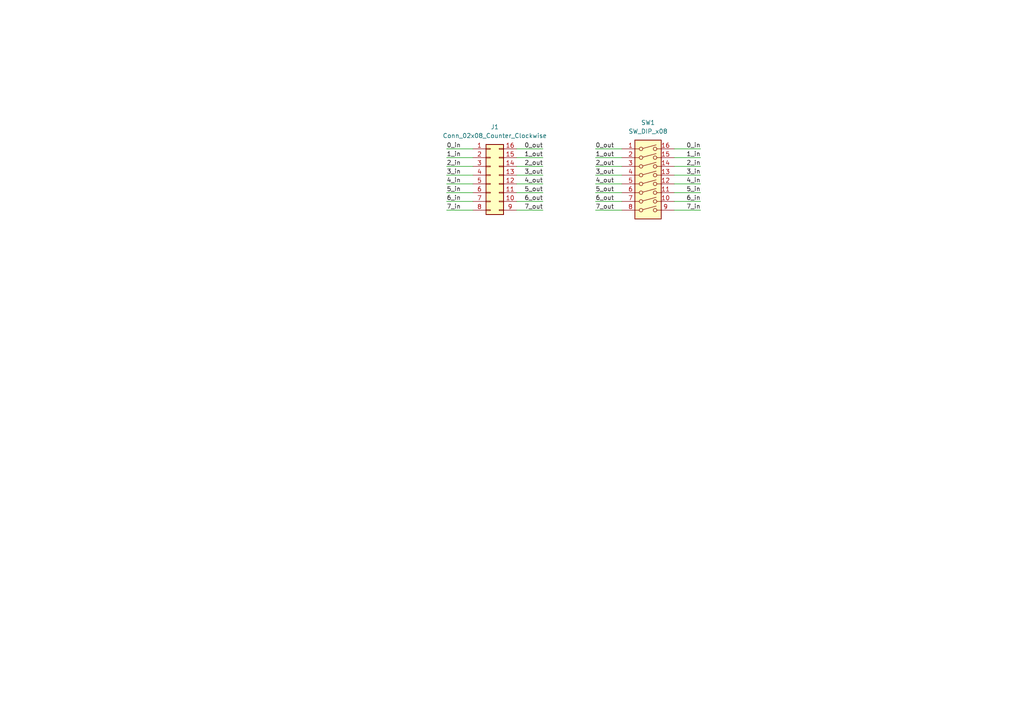
<source format=kicad_sch>
(kicad_sch (version 20211123) (generator eeschema)

  (uuid a55735b5-c9fe-419d-925e-3585f63a6bb9)

  (paper "A4")

  (lib_symbols
    (symbol "Connector_Generic:Conn_02x08_Counter_Clockwise" (pin_names (offset 1.016) hide) (in_bom yes) (on_board yes)
      (property "Reference" "J" (id 0) (at 1.27 10.16 0)
        (effects (font (size 1.27 1.27)))
      )
      (property "Value" "Conn_02x08_Counter_Clockwise" (id 1) (at 1.27 -12.7 0)
        (effects (font (size 1.27 1.27)))
      )
      (property "Footprint" "" (id 2) (at 0 0 0)
        (effects (font (size 1.27 1.27)) hide)
      )
      (property "Datasheet" "~" (id 3) (at 0 0 0)
        (effects (font (size 1.27 1.27)) hide)
      )
      (property "ki_keywords" "connector" (id 4) (at 0 0 0)
        (effects (font (size 1.27 1.27)) hide)
      )
      (property "ki_description" "Generic connector, double row, 02x08, counter clockwise pin numbering scheme (similar to DIP package numbering), script generated (kicad-library-utils/schlib/autogen/connector/)" (id 5) (at 0 0 0)
        (effects (font (size 1.27 1.27)) hide)
      )
      (property "ki_fp_filters" "Connector*:*_2x??_*" (id 6) (at 0 0 0)
        (effects (font (size 1.27 1.27)) hide)
      )
      (symbol "Conn_02x08_Counter_Clockwise_1_1"
        (rectangle (start -1.27 -10.033) (end 0 -10.287)
          (stroke (width 0.1524) (type default) (color 0 0 0 0))
          (fill (type none))
        )
        (rectangle (start -1.27 -7.493) (end 0 -7.747)
          (stroke (width 0.1524) (type default) (color 0 0 0 0))
          (fill (type none))
        )
        (rectangle (start -1.27 -4.953) (end 0 -5.207)
          (stroke (width 0.1524) (type default) (color 0 0 0 0))
          (fill (type none))
        )
        (rectangle (start -1.27 -2.413) (end 0 -2.667)
          (stroke (width 0.1524) (type default) (color 0 0 0 0))
          (fill (type none))
        )
        (rectangle (start -1.27 0.127) (end 0 -0.127)
          (stroke (width 0.1524) (type default) (color 0 0 0 0))
          (fill (type none))
        )
        (rectangle (start -1.27 2.667) (end 0 2.413)
          (stroke (width 0.1524) (type default) (color 0 0 0 0))
          (fill (type none))
        )
        (rectangle (start -1.27 5.207) (end 0 4.953)
          (stroke (width 0.1524) (type default) (color 0 0 0 0))
          (fill (type none))
        )
        (rectangle (start -1.27 7.747) (end 0 7.493)
          (stroke (width 0.1524) (type default) (color 0 0 0 0))
          (fill (type none))
        )
        (rectangle (start -1.27 8.89) (end 3.81 -11.43)
          (stroke (width 0.254) (type default) (color 0 0 0 0))
          (fill (type background))
        )
        (rectangle (start 3.81 -10.033) (end 2.54 -10.287)
          (stroke (width 0.1524) (type default) (color 0 0 0 0))
          (fill (type none))
        )
        (rectangle (start 3.81 -7.493) (end 2.54 -7.747)
          (stroke (width 0.1524) (type default) (color 0 0 0 0))
          (fill (type none))
        )
        (rectangle (start 3.81 -4.953) (end 2.54 -5.207)
          (stroke (width 0.1524) (type default) (color 0 0 0 0))
          (fill (type none))
        )
        (rectangle (start 3.81 -2.413) (end 2.54 -2.667)
          (stroke (width 0.1524) (type default) (color 0 0 0 0))
          (fill (type none))
        )
        (rectangle (start 3.81 0.127) (end 2.54 -0.127)
          (stroke (width 0.1524) (type default) (color 0 0 0 0))
          (fill (type none))
        )
        (rectangle (start 3.81 2.667) (end 2.54 2.413)
          (stroke (width 0.1524) (type default) (color 0 0 0 0))
          (fill (type none))
        )
        (rectangle (start 3.81 5.207) (end 2.54 4.953)
          (stroke (width 0.1524) (type default) (color 0 0 0 0))
          (fill (type none))
        )
        (rectangle (start 3.81 7.747) (end 2.54 7.493)
          (stroke (width 0.1524) (type default) (color 0 0 0 0))
          (fill (type none))
        )
        (pin passive line (at -5.08 7.62 0) (length 3.81)
          (name "Pin_1" (effects (font (size 1.27 1.27))))
          (number "1" (effects (font (size 1.27 1.27))))
        )
        (pin passive line (at 7.62 -7.62 180) (length 3.81)
          (name "Pin_10" (effects (font (size 1.27 1.27))))
          (number "10" (effects (font (size 1.27 1.27))))
        )
        (pin passive line (at 7.62 -5.08 180) (length 3.81)
          (name "Pin_11" (effects (font (size 1.27 1.27))))
          (number "11" (effects (font (size 1.27 1.27))))
        )
        (pin passive line (at 7.62 -2.54 180) (length 3.81)
          (name "Pin_12" (effects (font (size 1.27 1.27))))
          (number "12" (effects (font (size 1.27 1.27))))
        )
        (pin passive line (at 7.62 0 180) (length 3.81)
          (name "Pin_13" (effects (font (size 1.27 1.27))))
          (number "13" (effects (font (size 1.27 1.27))))
        )
        (pin passive line (at 7.62 2.54 180) (length 3.81)
          (name "Pin_14" (effects (font (size 1.27 1.27))))
          (number "14" (effects (font (size 1.27 1.27))))
        )
        (pin passive line (at 7.62 5.08 180) (length 3.81)
          (name "Pin_15" (effects (font (size 1.27 1.27))))
          (number "15" (effects (font (size 1.27 1.27))))
        )
        (pin passive line (at 7.62 7.62 180) (length 3.81)
          (name "Pin_16" (effects (font (size 1.27 1.27))))
          (number "16" (effects (font (size 1.27 1.27))))
        )
        (pin passive line (at -5.08 5.08 0) (length 3.81)
          (name "Pin_2" (effects (font (size 1.27 1.27))))
          (number "2" (effects (font (size 1.27 1.27))))
        )
        (pin passive line (at -5.08 2.54 0) (length 3.81)
          (name "Pin_3" (effects (font (size 1.27 1.27))))
          (number "3" (effects (font (size 1.27 1.27))))
        )
        (pin passive line (at -5.08 0 0) (length 3.81)
          (name "Pin_4" (effects (font (size 1.27 1.27))))
          (number "4" (effects (font (size 1.27 1.27))))
        )
        (pin passive line (at -5.08 -2.54 0) (length 3.81)
          (name "Pin_5" (effects (font (size 1.27 1.27))))
          (number "5" (effects (font (size 1.27 1.27))))
        )
        (pin passive line (at -5.08 -5.08 0) (length 3.81)
          (name "Pin_6" (effects (font (size 1.27 1.27))))
          (number "6" (effects (font (size 1.27 1.27))))
        )
        (pin passive line (at -5.08 -7.62 0) (length 3.81)
          (name "Pin_7" (effects (font (size 1.27 1.27))))
          (number "7" (effects (font (size 1.27 1.27))))
        )
        (pin passive line (at -5.08 -10.16 0) (length 3.81)
          (name "Pin_8" (effects (font (size 1.27 1.27))))
          (number "8" (effects (font (size 1.27 1.27))))
        )
        (pin passive line (at 7.62 -10.16 180) (length 3.81)
          (name "Pin_9" (effects (font (size 1.27 1.27))))
          (number "9" (effects (font (size 1.27 1.27))))
        )
      )
    )
    (symbol "Switch:SW_DIP_x08" (pin_names (offset 0) hide) (in_bom yes) (on_board yes)
      (property "Reference" "SW" (id 0) (at 0 13.97 0)
        (effects (font (size 1.27 1.27)))
      )
      (property "Value" "SW_DIP_x08" (id 1) (at 0 -11.43 0)
        (effects (font (size 1.27 1.27)))
      )
      (property "Footprint" "" (id 2) (at 0 0 0)
        (effects (font (size 1.27 1.27)) hide)
      )
      (property "Datasheet" "~" (id 3) (at 0 0 0)
        (effects (font (size 1.27 1.27)) hide)
      )
      (property "ki_keywords" "dip switch" (id 4) (at 0 0 0)
        (effects (font (size 1.27 1.27)) hide)
      )
      (property "ki_description" "8x DIP Switch, Single Pole Single Throw (SPST) switch, small symbol" (id 5) (at 0 0 0)
        (effects (font (size 1.27 1.27)) hide)
      )
      (property "ki_fp_filters" "SW?DIP?x8*" (id 6) (at 0 0 0)
        (effects (font (size 1.27 1.27)) hide)
      )
      (symbol "SW_DIP_x08_0_0"
        (circle (center -2.032 -7.62) (radius 0.508)
          (stroke (width 0) (type default) (color 0 0 0 0))
          (fill (type none))
        )
        (circle (center -2.032 -5.08) (radius 0.508)
          (stroke (width 0) (type default) (color 0 0 0 0))
          (fill (type none))
        )
        (circle (center -2.032 -2.54) (radius 0.508)
          (stroke (width 0) (type default) (color 0 0 0 0))
          (fill (type none))
        )
        (circle (center -2.032 0) (radius 0.508)
          (stroke (width 0) (type default) (color 0 0 0 0))
          (fill (type none))
        )
        (circle (center -2.032 2.54) (radius 0.508)
          (stroke (width 0) (type default) (color 0 0 0 0))
          (fill (type none))
        )
        (circle (center -2.032 5.08) (radius 0.508)
          (stroke (width 0) (type default) (color 0 0 0 0))
          (fill (type none))
        )
        (circle (center -2.032 7.62) (radius 0.508)
          (stroke (width 0) (type default) (color 0 0 0 0))
          (fill (type none))
        )
        (circle (center -2.032 10.16) (radius 0.508)
          (stroke (width 0) (type default) (color 0 0 0 0))
          (fill (type none))
        )
        (polyline
          (pts
            (xy -1.524 -7.4676)
            (xy 2.3622 -6.4262)
          )
          (stroke (width 0) (type default) (color 0 0 0 0))
          (fill (type none))
        )
        (polyline
          (pts
            (xy -1.524 -4.9276)
            (xy 2.3622 -3.8862)
          )
          (stroke (width 0) (type default) (color 0 0 0 0))
          (fill (type none))
        )
        (polyline
          (pts
            (xy -1.524 -2.3876)
            (xy 2.3622 -1.3462)
          )
          (stroke (width 0) (type default) (color 0 0 0 0))
          (fill (type none))
        )
        (polyline
          (pts
            (xy -1.524 0.127)
            (xy 2.3622 1.1684)
          )
          (stroke (width 0) (type default) (color 0 0 0 0))
          (fill (type none))
        )
        (polyline
          (pts
            (xy -1.524 2.667)
            (xy 2.3622 3.7084)
          )
          (stroke (width 0) (type default) (color 0 0 0 0))
          (fill (type none))
        )
        (polyline
          (pts
            (xy -1.524 5.207)
            (xy 2.3622 6.2484)
          )
          (stroke (width 0) (type default) (color 0 0 0 0))
          (fill (type none))
        )
        (polyline
          (pts
            (xy -1.524 7.747)
            (xy 2.3622 8.7884)
          )
          (stroke (width 0) (type default) (color 0 0 0 0))
          (fill (type none))
        )
        (polyline
          (pts
            (xy -1.524 10.287)
            (xy 2.3622 11.3284)
          )
          (stroke (width 0) (type default) (color 0 0 0 0))
          (fill (type none))
        )
        (circle (center 2.032 -7.62) (radius 0.508)
          (stroke (width 0) (type default) (color 0 0 0 0))
          (fill (type none))
        )
        (circle (center 2.032 -5.08) (radius 0.508)
          (stroke (width 0) (type default) (color 0 0 0 0))
          (fill (type none))
        )
        (circle (center 2.032 -2.54) (radius 0.508)
          (stroke (width 0) (type default) (color 0 0 0 0))
          (fill (type none))
        )
        (circle (center 2.032 0) (radius 0.508)
          (stroke (width 0) (type default) (color 0 0 0 0))
          (fill (type none))
        )
        (circle (center 2.032 2.54) (radius 0.508)
          (stroke (width 0) (type default) (color 0 0 0 0))
          (fill (type none))
        )
        (circle (center 2.032 5.08) (radius 0.508)
          (stroke (width 0) (type default) (color 0 0 0 0))
          (fill (type none))
        )
        (circle (center 2.032 7.62) (radius 0.508)
          (stroke (width 0) (type default) (color 0 0 0 0))
          (fill (type none))
        )
        (circle (center 2.032 10.16) (radius 0.508)
          (stroke (width 0) (type default) (color 0 0 0 0))
          (fill (type none))
        )
      )
      (symbol "SW_DIP_x08_0_1"
        (rectangle (start -3.81 12.7) (end 3.81 -10.16)
          (stroke (width 0.254) (type default) (color 0 0 0 0))
          (fill (type background))
        )
      )
      (symbol "SW_DIP_x08_1_1"
        (pin passive line (at -7.62 10.16 0) (length 5.08)
          (name "~" (effects (font (size 1.27 1.27))))
          (number "1" (effects (font (size 1.27 1.27))))
        )
        (pin passive line (at 7.62 -5.08 180) (length 5.08)
          (name "~" (effects (font (size 1.27 1.27))))
          (number "10" (effects (font (size 1.27 1.27))))
        )
        (pin passive line (at 7.62 -2.54 180) (length 5.08)
          (name "~" (effects (font (size 1.27 1.27))))
          (number "11" (effects (font (size 1.27 1.27))))
        )
        (pin passive line (at 7.62 0 180) (length 5.08)
          (name "~" (effects (font (size 1.27 1.27))))
          (number "12" (effects (font (size 1.27 1.27))))
        )
        (pin passive line (at 7.62 2.54 180) (length 5.08)
          (name "~" (effects (font (size 1.27 1.27))))
          (number "13" (effects (font (size 1.27 1.27))))
        )
        (pin passive line (at 7.62 5.08 180) (length 5.08)
          (name "~" (effects (font (size 1.27 1.27))))
          (number "14" (effects (font (size 1.27 1.27))))
        )
        (pin passive line (at 7.62 7.62 180) (length 5.08)
          (name "~" (effects (font (size 1.27 1.27))))
          (number "15" (effects (font (size 1.27 1.27))))
        )
        (pin passive line (at 7.62 10.16 180) (length 5.08)
          (name "~" (effects (font (size 1.27 1.27))))
          (number "16" (effects (font (size 1.27 1.27))))
        )
        (pin passive line (at -7.62 7.62 0) (length 5.08)
          (name "~" (effects (font (size 1.27 1.27))))
          (number "2" (effects (font (size 1.27 1.27))))
        )
        (pin passive line (at -7.62 5.08 0) (length 5.08)
          (name "~" (effects (font (size 1.27 1.27))))
          (number "3" (effects (font (size 1.27 1.27))))
        )
        (pin passive line (at -7.62 2.54 0) (length 5.08)
          (name "~" (effects (font (size 1.27 1.27))))
          (number "4" (effects (font (size 1.27 1.27))))
        )
        (pin passive line (at -7.62 0 0) (length 5.08)
          (name "~" (effects (font (size 1.27 1.27))))
          (number "5" (effects (font (size 1.27 1.27))))
        )
        (pin passive line (at -7.62 -2.54 0) (length 5.08)
          (name "~" (effects (font (size 1.27 1.27))))
          (number "6" (effects (font (size 1.27 1.27))))
        )
        (pin passive line (at -7.62 -5.08 0) (length 5.08)
          (name "~" (effects (font (size 1.27 1.27))))
          (number "7" (effects (font (size 1.27 1.27))))
        )
        (pin passive line (at -7.62 -7.62 0) (length 5.08)
          (name "~" (effects (font (size 1.27 1.27))))
          (number "8" (effects (font (size 1.27 1.27))))
        )
        (pin passive line (at 7.62 -7.62 180) (length 5.08)
          (name "~" (effects (font (size 1.27 1.27))))
          (number "9" (effects (font (size 1.27 1.27))))
        )
      )
    )
  )


  (wire (pts (xy 129.54 60.96) (xy 137.16 60.96))
    (stroke (width 0) (type default) (color 0 0 0 0))
    (uuid 09d18e8c-b106-443d-a0fc-4b7d3119d8db)
  )
  (wire (pts (xy 172.72 50.8) (xy 180.34 50.8))
    (stroke (width 0) (type default) (color 0 0 0 0))
    (uuid 0ef47e01-befa-4673-83ad-637b00e5f4a8)
  )
  (wire (pts (xy 149.86 58.42) (xy 157.48 58.42))
    (stroke (width 0) (type default) (color 0 0 0 0))
    (uuid 12d10411-88ab-48a6-9495-9c3f0c6c79a4)
  )
  (wire (pts (xy 172.72 55.88) (xy 180.34 55.88))
    (stroke (width 0) (type default) (color 0 0 0 0))
    (uuid 1a81413c-d701-43ef-86a5-e01babf6c1a2)
  )
  (wire (pts (xy 195.58 43.18) (xy 203.2 43.18))
    (stroke (width 0) (type default) (color 0 0 0 0))
    (uuid 2173579d-4593-4e9f-95e8-27ed2b5a292a)
  )
  (wire (pts (xy 172.72 53.34) (xy 180.34 53.34))
    (stroke (width 0) (type default) (color 0 0 0 0))
    (uuid 358e26af-2af3-4a65-9bc8-4f663299493d)
  )
  (wire (pts (xy 172.72 60.96) (xy 180.34 60.96))
    (stroke (width 0) (type default) (color 0 0 0 0))
    (uuid 3ebed371-c9fb-47d6-9186-de08543ce302)
  )
  (wire (pts (xy 195.58 53.34) (xy 203.2 53.34))
    (stroke (width 0) (type default) (color 0 0 0 0))
    (uuid 441c42ab-f076-4c4d-8290-8fef6235dc24)
  )
  (wire (pts (xy 149.86 55.88) (xy 157.48 55.88))
    (stroke (width 0) (type default) (color 0 0 0 0))
    (uuid 4506f150-9bab-4f9f-9f85-dd62bedcdd35)
  )
  (wire (pts (xy 149.86 43.18) (xy 157.48 43.18))
    (stroke (width 0) (type default) (color 0 0 0 0))
    (uuid 4fd9bcfa-4614-4cea-9862-9bda303bb28d)
  )
  (wire (pts (xy 195.58 48.26) (xy 203.2 48.26))
    (stroke (width 0) (type default) (color 0 0 0 0))
    (uuid 608bd196-b4d4-4374-9736-3d6f29ecf126)
  )
  (wire (pts (xy 149.86 60.96) (xy 157.48 60.96))
    (stroke (width 0) (type default) (color 0 0 0 0))
    (uuid 645c509d-b634-404e-8cdb-9c2ba57b9571)
  )
  (wire (pts (xy 195.58 45.72) (xy 203.2 45.72))
    (stroke (width 0) (type default) (color 0 0 0 0))
    (uuid 7122e846-a393-4bc2-8df4-1a3870ab4cc7)
  )
  (wire (pts (xy 149.86 53.34) (xy 157.48 53.34))
    (stroke (width 0) (type default) (color 0 0 0 0))
    (uuid 7374a46f-27c2-4ec5-a56e-e6bcb1ffdc60)
  )
  (wire (pts (xy 149.86 45.72) (xy 157.48 45.72))
    (stroke (width 0) (type default) (color 0 0 0 0))
    (uuid 7b098556-0cfb-4e67-81f1-4bd7bf12bca2)
  )
  (wire (pts (xy 172.72 43.18) (xy 180.34 43.18))
    (stroke (width 0) (type default) (color 0 0 0 0))
    (uuid 83b56515-ce54-45ab-a0b2-e65980534187)
  )
  (wire (pts (xy 129.54 43.18) (xy 137.16 43.18))
    (stroke (width 0) (type default) (color 0 0 0 0))
    (uuid 8652dee4-b186-452f-b7d3-a498685fd304)
  )
  (wire (pts (xy 129.54 50.8) (xy 137.16 50.8))
    (stroke (width 0) (type default) (color 0 0 0 0))
    (uuid 8b5c9512-e79b-4278-93e0-8c369282fc2f)
  )
  (wire (pts (xy 149.86 50.8) (xy 157.48 50.8))
    (stroke (width 0) (type default) (color 0 0 0 0))
    (uuid 938ef644-d654-4579-bde0-89aad2c71f01)
  )
  (wire (pts (xy 195.58 60.96) (xy 203.2 60.96))
    (stroke (width 0) (type default) (color 0 0 0 0))
    (uuid 9bcaebcf-6935-41a4-821d-0cd9604f7b8f)
  )
  (wire (pts (xy 172.72 45.72) (xy 180.34 45.72))
    (stroke (width 0) (type default) (color 0 0 0 0))
    (uuid 9eb31f66-7c99-49a6-833a-e1026d87848b)
  )
  (wire (pts (xy 172.72 58.42) (xy 180.34 58.42))
    (stroke (width 0) (type default) (color 0 0 0 0))
    (uuid a255a0e3-6d38-4796-a77b-bd328b4cdffb)
  )
  (wire (pts (xy 195.58 50.8) (xy 203.2 50.8))
    (stroke (width 0) (type default) (color 0 0 0 0))
    (uuid a8027f5d-18c0-412e-8a67-c511a62e7db7)
  )
  (wire (pts (xy 129.54 53.34) (xy 137.16 53.34))
    (stroke (width 0) (type default) (color 0 0 0 0))
    (uuid ac854e51-64c2-4612-be01-425317a8f181)
  )
  (wire (pts (xy 129.54 48.26) (xy 137.16 48.26))
    (stroke (width 0) (type default) (color 0 0 0 0))
    (uuid acb66056-286c-4e43-839b-bdf49a4cff6b)
  )
  (wire (pts (xy 195.58 58.42) (xy 203.2 58.42))
    (stroke (width 0) (type default) (color 0 0 0 0))
    (uuid b64bec0e-50db-4d66-bdf3-a1bddbc25b71)
  )
  (wire (pts (xy 129.54 58.42) (xy 137.16 58.42))
    (stroke (width 0) (type default) (color 0 0 0 0))
    (uuid c2828a17-c843-4d21-8b14-d5965c4f8e17)
  )
  (wire (pts (xy 195.58 55.88) (xy 203.2 55.88))
    (stroke (width 0) (type default) (color 0 0 0 0))
    (uuid c92b4d47-9e71-4301-a91e-c22c084ce36b)
  )
  (wire (pts (xy 172.72 48.26) (xy 180.34 48.26))
    (stroke (width 0) (type default) (color 0 0 0 0))
    (uuid cc6362cc-9a89-45ce-ad7b-717eeb609608)
  )
  (wire (pts (xy 129.54 45.72) (xy 137.16 45.72))
    (stroke (width 0) (type default) (color 0 0 0 0))
    (uuid d58901aa-7ffe-4e13-831c-5ac17653eed8)
  )
  (wire (pts (xy 129.54 55.88) (xy 137.16 55.88))
    (stroke (width 0) (type default) (color 0 0 0 0))
    (uuid d66fcd10-777a-46da-b213-1146a4f07028)
  )
  (wire (pts (xy 149.86 48.26) (xy 157.48 48.26))
    (stroke (width 0) (type default) (color 0 0 0 0))
    (uuid f47597a6-44b7-4701-ade7-ffe46df01c04)
  )

  (label "7_out" (at 157.48 60.96 180)
    (effects (font (size 1.27 1.27)) (justify right bottom))
    (uuid 04d5de51-1a67-4de6-80ab-7e53293a787d)
  )
  (label "7_in" (at 203.2 60.96 180)
    (effects (font (size 1.27 1.27)) (justify right bottom))
    (uuid 1da7c9f7-a8dc-4ddb-85bd-9a3ae6723dd6)
  )
  (label "2_in" (at 203.2 48.26 180)
    (effects (font (size 1.27 1.27)) (justify right bottom))
    (uuid 302d7d0d-97ca-4bba-8987-d51d6e1e9a07)
  )
  (label "6_out" (at 157.48 58.42 180)
    (effects (font (size 1.27 1.27)) (justify right bottom))
    (uuid 31c646c8-997c-4741-98ed-1d9e40698195)
  )
  (label "1_out" (at 157.48 45.72 180)
    (effects (font (size 1.27 1.27)) (justify right bottom))
    (uuid 330ccc45-c119-411a-8e72-0a7685c33066)
  )
  (label "3_in" (at 203.2 50.8 180)
    (effects (font (size 1.27 1.27)) (justify right bottom))
    (uuid 3491650b-d4c1-4aa2-b53b-817bceeb4b64)
  )
  (label "3_in" (at 129.54 50.8 0)
    (effects (font (size 1.27 1.27)) (justify left bottom))
    (uuid 362dd0c4-264e-48c2-a940-cf0d49633cd2)
  )
  (label "5_in" (at 129.54 55.88 0)
    (effects (font (size 1.27 1.27)) (justify left bottom))
    (uuid 3e3b3679-6c01-4e82-b656-d76d996e7faf)
  )
  (label "1_in" (at 203.2 45.72 180)
    (effects (font (size 1.27 1.27)) (justify right bottom))
    (uuid 3f64b271-8e5d-42e1-a345-9481c9add89c)
  )
  (label "7_out" (at 172.72 60.96 0)
    (effects (font (size 1.27 1.27)) (justify left bottom))
    (uuid 53d1f4a4-1c3a-49bc-9ae7-90586695c3b6)
  )
  (label "6_in" (at 129.54 58.42 0)
    (effects (font (size 1.27 1.27)) (justify left bottom))
    (uuid 659e6355-686f-408a-afac-d43c10498d45)
  )
  (label "3_out" (at 172.72 50.8 0)
    (effects (font (size 1.27 1.27)) (justify left bottom))
    (uuid 6bf6b918-b0a6-4ded-9647-07ddf4027fbf)
  )
  (label "7_in" (at 129.54 60.96 0)
    (effects (font (size 1.27 1.27)) (justify left bottom))
    (uuid 7603147d-cde2-4e46-8d59-d62853f83439)
  )
  (label "4_in" (at 203.2 53.34 180)
    (effects (font (size 1.27 1.27)) (justify right bottom))
    (uuid 77ef2fc4-c6c0-4ce8-b36d-4a4711c8a44d)
  )
  (label "5_in" (at 203.2 55.88 180)
    (effects (font (size 1.27 1.27)) (justify right bottom))
    (uuid 7b08f40d-f939-4ce2-8189-21427b8165d5)
  )
  (label "2_out" (at 157.48 48.26 180)
    (effects (font (size 1.27 1.27)) (justify right bottom))
    (uuid 7cfb26a7-0ede-4ba7-b7f6-4ac35c41c845)
  )
  (label "4_out" (at 172.72 53.34 0)
    (effects (font (size 1.27 1.27)) (justify left bottom))
    (uuid 83fb9b04-9f17-4f70-aac5-4d233a6ab5d7)
  )
  (label "6_in" (at 203.2 58.42 180)
    (effects (font (size 1.27 1.27)) (justify right bottom))
    (uuid 8781dd9d-5f65-40ac-8e09-df56152a1b2a)
  )
  (label "1_out" (at 172.72 45.72 0)
    (effects (font (size 1.27 1.27)) (justify left bottom))
    (uuid 8909ea03-e463-4248-94c1-a2d7944ccd09)
  )
  (label "5_out" (at 157.48 55.88 180)
    (effects (font (size 1.27 1.27)) (justify right bottom))
    (uuid 8c1e4c00-0369-4794-9498-53995fcf704b)
  )
  (label "0_in" (at 129.54 43.18 0)
    (effects (font (size 1.27 1.27)) (justify left bottom))
    (uuid 8c28966e-79ab-4bbd-916c-f8b2c22d76ba)
  )
  (label "4_in" (at 129.54 53.34 0)
    (effects (font (size 1.27 1.27)) (justify left bottom))
    (uuid 8f00d55f-6f05-4cd0-ac36-0c09723b754c)
  )
  (label "5_out" (at 172.72 55.88 0)
    (effects (font (size 1.27 1.27)) (justify left bottom))
    (uuid ac909d8e-a67c-417f-a4e0-228bb9f04bcc)
  )
  (label "0_out" (at 157.48 43.18 180)
    (effects (font (size 1.27 1.27)) (justify right bottom))
    (uuid aff10420-ec6f-4159-b5e2-1cad30979d7f)
  )
  (label "4_out" (at 157.48 53.34 180)
    (effects (font (size 1.27 1.27)) (justify right bottom))
    (uuid b711b3ac-01a9-4698-8700-deda56773a6e)
  )
  (label "3_out" (at 157.48 50.8 180)
    (effects (font (size 1.27 1.27)) (justify right bottom))
    (uuid bd110e63-1d62-4e14-a232-f0228ad4a95b)
  )
  (label "2_out" (at 172.72 48.26 0)
    (effects (font (size 1.27 1.27)) (justify left bottom))
    (uuid be2698de-b39e-4477-bf95-6c455be350e2)
  )
  (label "2_in" (at 129.54 48.26 0)
    (effects (font (size 1.27 1.27)) (justify left bottom))
    (uuid c652f96e-bab3-4678-83af-7a2b11754eea)
  )
  (label "1_in" (at 129.54 45.72 0)
    (effects (font (size 1.27 1.27)) (justify left bottom))
    (uuid cc36be65-a500-4335-9a7f-2083aa813a9b)
  )
  (label "0_in" (at 203.2 43.18 180)
    (effects (font (size 1.27 1.27)) (justify right bottom))
    (uuid d6e2e936-7c9d-4be6-bc05-5ade7fc65525)
  )
  (label "0_out" (at 172.72 43.18 0)
    (effects (font (size 1.27 1.27)) (justify left bottom))
    (uuid ef20c94b-aedb-4565-bbcc-22a8f9f95ed4)
  )
  (label "6_out" (at 172.72 58.42 0)
    (effects (font (size 1.27 1.27)) (justify left bottom))
    (uuid f223b2ad-b09c-4767-bc33-ba8a213236ce)
  )

  (symbol (lib_id "Connector_Generic:Conn_02x08_Counter_Clockwise") (at 142.24 50.8 0) (unit 1)
    (in_bom yes) (on_board yes) (fields_autoplaced)
    (uuid 1c142d58-bff8-4b42-8d32-54e836530dfe)
    (property "Reference" "J1" (id 0) (at 143.51 36.83 0))
    (property "Value" "Conn_02x08_Counter_Clockwise" (id 1) (at 143.51 39.37 0))
    (property "Footprint" "Connector_PinSocket_2.54mm:PinSocket_2x08_P2.54mm_Vertical_SMD" (id 2) (at 142.24 50.8 0)
      (effects (font (size 1.27 1.27)) hide)
    )
    (property "Datasheet" "~" (id 3) (at 142.24 50.8 0)
      (effects (font (size 1.27 1.27)) hide)
    )
    (pin "1" (uuid b7d65a72-a08e-4fbb-8bcf-247313173b62))
    (pin "10" (uuid 9ace0180-86e8-428e-9f6a-1c5a5551cb2c))
    (pin "11" (uuid 01ac02ca-638e-457a-a314-a654b8a918e2))
    (pin "12" (uuid bda09d58-a95f-40ff-9c40-666ca8de2642))
    (pin "13" (uuid 268d3c76-4996-43b5-8dd5-eb8fa65f5bb2))
    (pin "14" (uuid fd4a6ae1-1148-4a56-977c-09b1371fa0e4))
    (pin "15" (uuid 2676b0a6-2f9e-4a65-9279-726c9acf9b6e))
    (pin "16" (uuid 21740ca8-8ada-4eb8-8a87-6177a07c5a58))
    (pin "2" (uuid 2c5d9ccb-7115-473b-bec7-c9dbabf0ab74))
    (pin "3" (uuid 7d8b0d82-3188-4c28-84cf-084575bde4d0))
    (pin "4" (uuid 29aadd7a-a224-46d3-8bc4-a8f73559d8a2))
    (pin "5" (uuid c368bb65-022b-44d2-9b91-f93fe2faceda))
    (pin "6" (uuid 20b581d5-d2c9-4731-9e23-82f710c28919))
    (pin "7" (uuid 883adcc3-4cfc-4374-8f40-8312284964f6))
    (pin "8" (uuid 9ab1f8bc-025b-4d4e-aed3-63fbfa6ac7b4))
    (pin "9" (uuid 21476428-fb3e-43b4-87fb-3085f7a5065b))
  )

  (symbol (lib_id "Switch:SW_DIP_x08") (at 187.96 53.34 0) (unit 1)
    (in_bom yes) (on_board yes) (fields_autoplaced)
    (uuid 1e2080cd-d9f0-48ea-8c91-755b1c69e804)
    (property "Reference" "SW1" (id 0) (at 187.96 35.56 0))
    (property "Value" "SW_DIP_x08" (id 1) (at 187.96 38.1 0))
    (property "Footprint" "Package_DIP:DIP-16_W8.89mm_SMDSocket_LongPads" (id 2) (at 187.96 53.34 0)
      (effects (font (size 1.27 1.27)) hide)
    )
    (property "Datasheet" "~" (id 3) (at 187.96 53.34 0)
      (effects (font (size 1.27 1.27)) hide)
    )
    (pin "1" (uuid 9869468f-ee3e-44fd-8aa9-f450690f617c))
    (pin "10" (uuid 3995ba64-561f-46cb-9f92-e0ec1dddb697))
    (pin "11" (uuid 0c9b1f2d-3302-43d6-8f09-6bffb296ba9d))
    (pin "12" (uuid ecff7439-dcd9-4e4e-9a6a-9c2d3fe1df3a))
    (pin "13" (uuid b9a5afbd-610d-48e9-be1b-2cbd0b93276c))
    (pin "14" (uuid 36103393-f725-47b9-9a48-4c4d3a31f8ee))
    (pin "15" (uuid 20546ff7-3caf-4ade-b324-fdc7b641176a))
    (pin "16" (uuid be8f789d-3e16-42cb-9361-99b9740a2f14))
    (pin "2" (uuid ff7bc90f-9d1a-4c34-807e-ecc14ef88b5d))
    (pin "3" (uuid ae65967f-f08f-409a-ae4c-e58d1bca6f4c))
    (pin "4" (uuid 1df881a6-5467-481f-819e-fab638b98e2f))
    (pin "5" (uuid 8777b29f-bf6f-4465-9610-5e00cd2f2cef))
    (pin "6" (uuid 2e96623b-7d04-48a8-a4fc-e6e33117ae24))
    (pin "7" (uuid dfd25169-1aa5-4d09-b286-a26f97a1dfb2))
    (pin "8" (uuid 49db0cb6-f3e7-4f59-bb59-442f029ac642))
    (pin "9" (uuid f710cd70-58d8-487a-81a9-e156c1116e25))
  )

  (sheet_instances
    (path "/" (page "1"))
  )

  (symbol_instances
    (path "/1c142d58-bff8-4b42-8d32-54e836530dfe"
      (reference "J1") (unit 1) (value "Conn_02x08_Counter_Clockwise") (footprint "Connector_PinSocket_2.54mm:PinSocket_2x08_P2.54mm_Vertical_SMD")
    )
    (path "/1e2080cd-d9f0-48ea-8c91-755b1c69e804"
      (reference "SW1") (unit 1) (value "SW_DIP_x08") (footprint "Package_DIP:DIP-16_W8.89mm_SMDSocket_LongPads")
    )
  )
)

</source>
